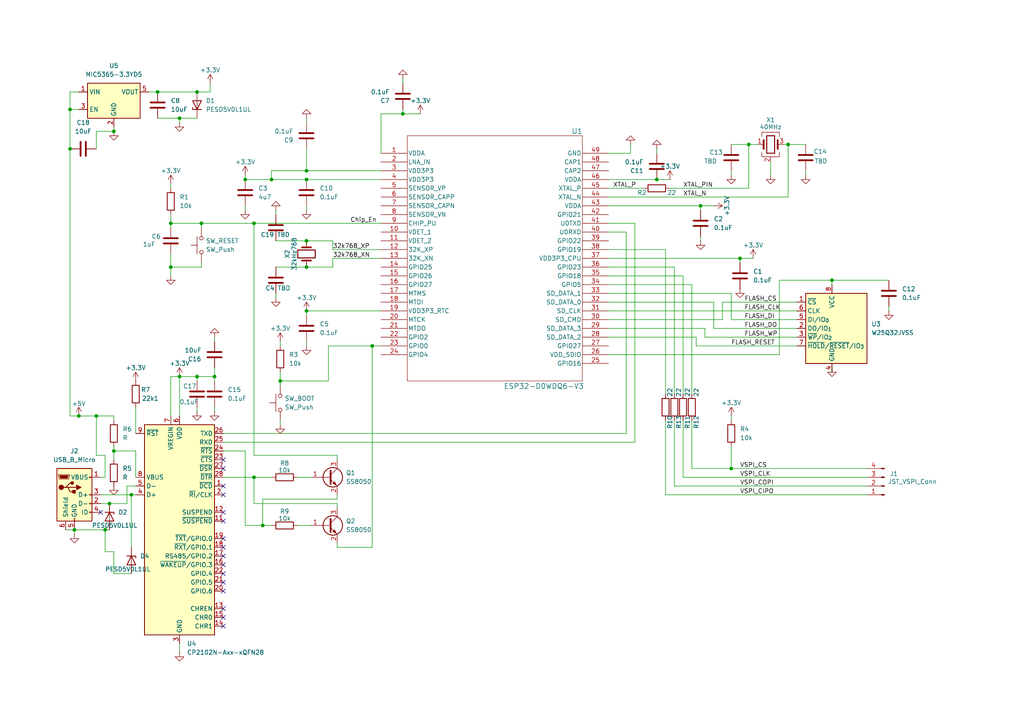
<source format=kicad_sch>
(kicad_sch (version 20250114) (generator "eeschema") (generator_version "9.0")
  (paper "A4")
  (lib_symbols
    (symbol "Connector:Conn_01x04_Pin" (pin_names (offset 1.016) (hide yes))
      (property "Reference" "J" (at 0 5.08 0))
      (property "Value" "Conn_01x04_Pin" (at 0 -7.62 0))
      (symbol "Conn_01x04_Pin_1_1"
        (rectangle (start 0.8636 2.667) (end 0 2.413) (stroke (width 0.1524)) (fill (type outline)))
        (rectangle (start 0.8636 0.127) (end 0 -0.127) (stroke (width 0.1524)) (fill (type outline)))
        (rectangle (start 0.8636 -2.413) (end 0 -2.667) (stroke (width 0.1524)) (fill (type outline)))
        (rectangle (start 0.8636 -4.953) (end 0 -5.207) (stroke (width 0.1524)) (fill (type outline)))
        (polyline (pts (xy 1.27 2.54) (xy 0.8636 2.54)) (stroke (width 0.1524)))
        (polyline (pts (xy 1.27 0) (xy 0.8636 0)) (stroke (width 0.1524)))
        (polyline (pts (xy 1.27 -2.54) (xy 0.8636 -2.54)) (stroke (width 0.1524)))
        (polyline (pts (xy 1.27 -5.08) (xy 0.8636 -5.08)) (stroke (width 0.1524)))
        (pin passive line (at 5.08 2.54 180) (length 3.81) (name "Pin_1") (number "1"))
        (pin passive line (at 5.08 0 180) (length 3.81) (name "Pin_2") (number "2"))
        (pin passive line (at 5.08 -2.54 180) (length 3.81) (name "Pin_3") (number "3"))
        (pin passive line (at 5.08 -5.08 180) (length 3.81) (name "Pin_4") (number "4"))
      )
    )
    (symbol "Connector:USB_B_Micro" (pin_names (offset 1.016))
      (property "Reference" "J" (at -5.08 11.43 0))
      (property "Value" "USB_B_Micro" (at -5.08 8.89 0))
      (symbol "USB_B_Micro_0_1"
        (rectangle (start -5.08 -7.62) (end 5.08 7.62) (stroke (width 0.254)) (fill (type background)))
        (polyline (pts (xy -4.699 5.842) (xy -4.699 5.588) (xy -4.445 4.826) (xy -4.445 4.572) (xy -1.651 4.572) (xy -1.651 4.826) (xy -1.397 5.588) (xy -1.397 5.842) (xy -4.699 5.842)))
        (polyline (pts (xy -4.318 5.588) (xy -1.778 5.588) (xy -2.032 4.826) (xy -4.064 4.826) (xy -4.318 5.588)) (fill (type outline)))
        (circle (center -3.81 2.159) (radius 0.635) (stroke (width 0.254)) (fill (type outline)))
        (polyline (pts (xy -3.175 2.159) (xy -2.54 2.159) (xy -1.27 3.429) (xy -0.635 3.429)) (stroke (width 0.254)))
        (polyline (pts (xy -2.54 2.159) (xy -1.905 2.159) (xy -1.27 0.889) (xy 0 0.889)) (stroke (width 0.254)))
        (polyline (pts (xy -1.905 2.159) (xy 0.635 2.159)) (stroke (width 0.254)))
        (circle (center -0.635 3.429) (radius 0.381) (stroke (width 0.254)) (fill (type outline)))
        (rectangle (start -0.127 -7.62) (end 0.127 -6.858))
        (rectangle (start 0.254 1.27) (end -0.508 0.508) (stroke (width 0.254)) (fill (type outline)))
        (polyline (pts (xy 0.635 2.794) (xy 0.635 1.524) (xy 1.905 2.159) (xy 0.635 2.794)) (stroke (width 0.254)) (fill (type outline)))
        (rectangle (start 5.08 4.953) (end 4.318 5.207))
        (rectangle (start 5.08 -0.127) (end 4.318 0.127))
        (rectangle (start 5.08 -2.667) (end 4.318 -2.413))
        (rectangle (start 5.08 -5.207) (end 4.318 -4.953))
      )
      (symbol "USB_B_Micro_1_1"
        (pin passive line (at -2.54 -10.16 90) (length 2.54) (name "Shield") (number "6"))
        (pin power_out line (at 0 -10.16 90) (length 2.54) (name "GND") (number "5"))
        (pin power_out line (at 7.62 5.08 180) (length 2.54) (name "VBUS") (number "1"))
        (pin bidirectional line (at 7.62 0 180) (length 2.54) (name "D+") (number "3"))
        (pin bidirectional line (at 7.62 -2.54 180) (length 2.54) (name "D-") (number "2"))
        (pin passive line (at 7.62 -5.08 180) (length 2.54) (name "ID") (number "4"))
      )
    )
    (symbol "Device:C" (pin_numbers (hide yes)) (pin_names (offset 0.254))
      (property "Reference" "C" (at 0.635 2.54 0))
      (property "Value" "C" (at 0.635 -2.54 0))
      (symbol "C_0_1"
        (polyline (pts (xy -2.032 0.762) (xy 2.032 0.762)) (stroke (width 0.508)))
        (polyline (pts (xy -2.032 -0.762) (xy 2.032 -0.762)) (stroke (width 0.508)))
      )
      (symbol "C_1_1"
        (pin passive line (at 0 3.81 270) (length 2.794) (name "~") (number "1"))
        (pin passive line (at 0 -3.81 90) (length 2.794) (name "~") (number "2"))
      )
    )
    (symbol "Device:Crystal" (pin_numbers (hide yes)) (pin_names (offset 1.016) (hide yes))
      (property "Reference" "Y" (at 0 3.81 0))
      (property "Value" "Crystal" (at 0 -3.81 0))
      (symbol "Crystal_0_1"
        (polyline (pts (xy -2.54 0) (xy -1.905 0)))
        (polyline (pts (xy -1.905 -1.27) (xy -1.905 1.27)) (stroke (width 0.508)))
        (rectangle (start -1.143 2.54) (end 1.143 -2.54) (stroke (width 0.3048)))
        (polyline (pts (xy 1.905 -1.27) (xy 1.905 1.27)) (stroke (width 0.508)))
        (polyline (pts (xy 2.54 0) (xy 1.905 0)))
      )
      (symbol "Crystal_1_1"
        (pin passive line (at -3.81 0 0) (length 1.27) (name "1") (number "1"))
        (pin passive line (at 3.81 0 180) (length 1.27) (name "2") (number "2"))
      )
    )
    (symbol "Device:Crystal_GND24" (pin_names (offset 1.016) (hide yes))
      (property "Reference" "Y" (at 3.175 5.08 0))
      (property "Value" "Crystal_GND24" (at 3.175 3.175 0))
      (symbol "Crystal_GND24_0_1"
        (polyline (pts (xy -2.54 2.286) (xy -2.54 3.556) (xy 2.54 3.556) (xy 2.54 2.286)))
        (polyline (pts (xy -2.54 0) (xy -2.032 0)))
        (polyline (pts (xy -2.54 -2.286) (xy -2.54 -3.556) (xy 2.54 -3.556) (xy 2.54 -2.286)))
        (polyline (pts (xy -2.032 -1.27) (xy -2.032 1.27)) (stroke (width 0.508)))
        (rectangle (start -1.143 2.54) (end 1.143 -2.54) (stroke (width 0.3048)))
        (polyline (pts (xy 0 -3.81) (xy 0 -3.556)))
        (polyline (pts (xy 2.032 0) (xy 2.54 0)))
        (polyline (pts (xy 2.032 -1.27) (xy 2.032 1.27)) (stroke (width 0.508)))
      )
      (symbol "Crystal_GND24_1_1"
        (pin passive line (at -3.81 0 0) (length 1.27) (name "1") (number "1"))
        (pin passive line (at 0 -5.08 90) (length 1.27) (name "G") (number "2"))
        (pin passive line (at 0 -5.08 90) (length 1.27) (hide yes) (name "G") (number "4"))
        (pin passive line (at 3.81 0 180) (length 1.27) (name "3") (number "3"))
      )
    )
    (symbol "Device:R" (pin_numbers (hide yes)) (pin_names (offset 0))
      (property "Reference" "R" (at 2.032 0 90))
      (property "Value" "R" (at 0 0 90))
      (symbol "R_0_1"
        (rectangle (start -1.016 -2.54) (end 1.016 2.54) (stroke (width 0.254)))
      )
      (symbol "R_1_1"
        (pin passive line (at 0 3.81 270) (length 1.27) (name "~") (number "1"))
        (pin passive line (at 0 -3.81 90) (length 1.27) (name "~") (number "2"))
      )
    )
    (symbol "Diode:PESD5V0L1UL" (pin_numbers (hide yes)) (pin_names (hide yes))
      (property "Reference" "D" (at 0 2.54 0))
      (property "Value" "PESD5V0L1UL" (at 0 -2.54 0))
      (symbol "PESD5V0L1UL_0_1"
        (polyline (pts (xy -1.27 -1.27) (xy -1.27 1.27) (xy -0.762 1.27)) (stroke (width 0.254)))
        (polyline (pts (xy 1.27 0) (xy -1.27 0)))
        (polyline (pts (xy 1.27 -1.27) (xy 1.27 1.27) (xy -1.27 0) (xy 1.27 -1.27)) (stroke (width 0.254)))
      )
      (symbol "PESD5V0L1UL_1_1"
        (pin passive line (at -3.81 0 0) (length 2.54) (name "K") (number "1"))
        (pin passive line (at 3.81 0 180) (length 2.54) (name "A") (number "2"))
      )
    )
    (symbol "ESP32_D0WDQ6V3:ESP32-D0WDQ6-V3" (pin_names (offset 0.254))
      (property "Reference" "U" (at 33.02 10.16 0))
      (property "Value" "ESP32-D0WDQ6-V3" (at 33.02 7.62 0))
      (symbol "ESP32-D0WDQ6-V3_0_1"
        (polyline (pts (xy 7.62 5.08) (xy 7.62 -66.04)) (stroke (width 0.127)))
        (polyline (pts (xy 7.62 -66.04) (xy 58.42 -66.04)) (stroke (width 0.127)))
        (polyline (pts (xy 58.42 5.08) (xy 7.62 5.08)) (stroke (width 0.127)))
        (polyline (pts (xy 58.42 -66.04) (xy 58.42 5.08)) (stroke (width 0.127)))
        (pin unspecified line (at 0 0 0) (length 7.62) (name "VDDA") (number "1"))
        (pin unspecified line (at 0 -2.54 0) (length 7.62) (name "LNA_IN") (number "2"))
        (pin unspecified line (at 0 -5.08 0) (length 7.62) (name "VDD3P3") (number "3"))
        (pin unspecified line (at 0 -7.62 0) (length 7.62) (name "VDD3P3") (number "4"))
        (pin unspecified line (at 0 -10.16 0) (length 7.62) (name "SENSOR_VP") (number "5"))
        (pin unspecified line (at 0 -12.7 0) (length 7.62) (name "SENSOR_CAPP") (number "6"))
        (pin unspecified line (at 0 -15.24 0) (length 7.62) (name "SENSOR_CAPN") (number "7"))
        (pin unspecified line (at 0 -17.78 0) (length 7.62) (name "SENSOR_VN") (number "8"))
        (pin unspecified line (at 0 -20.32 0) (length 7.62) (name "CHIP_PU") (number "9"))
        (pin unspecified line (at 0 -22.86 0) (length 7.62) (name "VDET_1") (number "10"))
        (pin unspecified line (at 0 -25.4 0) (length 7.62) (name "VDET_2") (number "11"))
        (pin unspecified line (at 0 -27.94 0) (length 7.62) (name "32K_XP") (number "12"))
        (pin unspecified line (at 0 -30.48 0) (length 7.62) (name "32K_XN") (number "13"))
        (pin unspecified line (at 0 -33.02 0) (length 7.62) (name "GPIO25") (number "14"))
        (pin unspecified line (at 0 -35.56 0) (length 7.62) (name "GPIO26") (number "15"))
        (pin unspecified line (at 0 -38.1 0) (length 7.62) (name "GPIO27") (number "16"))
        (pin unspecified line (at 0 -40.64 0) (length 7.62) (name "MTMS") (number "17"))
        (pin unspecified line (at 0 -43.18 0) (length 7.62) (name "MTDI") (number "18"))
        (pin unspecified line (at 0 -45.72 0) (length 7.62) (name "VDD3P3_RTC") (number "19"))
        (pin unspecified line (at 0 -48.26 0) (length 7.62) (name "MTCK") (number "20"))
        (pin unspecified line (at 0 -50.8 0) (length 7.62) (name "MTDO") (number "21"))
        (pin unspecified line (at 0 -53.34 0) (length 7.62) (name "GPIO2") (number "22"))
        (pin unspecified line (at 0 -55.88 0) (length 7.62) (name "GPIO0") (number "23"))
        (pin unspecified line (at 0 -58.42 0) (length 7.62) (name "GPIO4") (number "24"))
        (pin unspecified line (at 66.04 0 180) (length 7.62) (name "GND") (number "49"))
        (pin unspecified line (at 66.04 -2.54 180) (length 7.62) (name "CAP1") (number "48"))
        (pin unspecified line (at 66.04 -5.08 180) (length 7.62) (name "CAP2") (number "47"))
        (pin unspecified line (at 66.04 -7.62 180) (length 7.62) (name "VDDA") (number "46"))
        (pin unspecified line (at 66.04 -10.16 180) (length 7.62) (name "XTAL_P") (number "45"))
        (pin unspecified line (at 66.04 -12.7 180) (length 7.62) (name "XTAL_N") (number "44"))
        (pin unspecified line (at 66.04 -15.24 180) (length 7.62) (name "VDDA") (number "43"))
        (pin unspecified line (at 66.04 -17.78 180) (length 7.62) (name "GPIO21") (number "42"))
        (pin unspecified line (at 66.04 -20.32 180) (length 7.62) (name "U0TXD") (number "41"))
        (pin unspecified line (at 66.04 -22.86 180) (length 7.62) (name "U0RXD") (number "40"))
        (pin unspecified line (at 66.04 -25.4 180) (length 7.62) (name "GPIO22") (number "39"))
        (pin unspecified line (at 66.04 -27.94 180) (length 7.62) (name "GPIO19") (number "38"))
        (pin unspecified line (at 66.04 -30.48 180) (length 7.62) (name "VDD3P3_CPU") (number "37"))
        (pin unspecified line (at 66.04 -33.02 180) (length 7.62) (name "GPIO23") (number "36"))
        (pin unspecified line (at 66.04 -35.56 180) (length 7.62) (name "GPIO18") (number "35"))
        (pin unspecified line (at 66.04 -38.1 180) (length 7.62) (name "GPIO5") (number "34"))
        (pin unspecified line (at 66.04 -40.64 180) (length 7.62) (name "SD_DATA_1") (number "33"))
        (pin unspecified line (at 66.04 -43.18 180) (length 7.62) (name "SD_DATA_0") (number "32"))
        (pin unspecified line (at 66.04 -45.72 180) (length 7.62) (name "SD_CLK") (number "31"))
        (pin unspecified line (at 66.04 -48.26 180) (length 7.62) (name "SD_CMD") (number "30"))
        (pin unspecified line (at 66.04 -50.8 180) (length 7.62) (name "SD_DATA_3") (number "29"))
        (pin unspecified line (at 66.04 -53.34 180) (length 7.62) (name "SD_DATA_2") (number "28"))
        (pin unspecified line (at 66.04 -55.88 180) (length 7.62) (name "GPIO27") (number "27"))
        (pin unspecified line (at 66.04 -58.42 180) (length 7.62) (name "VDD_SDIO") (number "26"))
        (pin unspecified line (at 66.04 -60.96 180) (length 7.62) (name "GPIO16") (number "25"))
      )
    )
    (symbol "Interface_USB:CP2102N-Axx-xQFN28"
      (property "Reference" "U" (at -8.89 31.75 0))
      (property "Value" "CP2102N-Axx-xQFN28" (at 12.7 31.75 0))
      (symbol "CP2102N-Axx-xQFN28_0_1"
        (rectangle (start -10.16 30.48) (end 10.16 -30.48) (stroke (width 0.254)) (fill (type background)))
      )
      (symbol "CP2102N-Axx-xQFN28_1_1"
        (pin input line (at -12.7 27.94 0) (length 2.54) (name "~{RST}") (number "9"))
        (pin input line (at -12.7 15.24 0) (length 2.54) (name "VBUS") (number "8"))
        (pin bidirectional line (at -12.7 12.7 0) (length 2.54) (name "D-") (number "5"))
        (pin bidirectional line (at -12.7 10.16 0) (length 2.54) (name "D+") (number "4"))
        (pin no_connect line (at -10.16 -27.94 0) (length 2.54) (hide yes) (name "NC") (number "10"))
        (pin power_in line (at -2.54 33.02 270) (length 2.54) (name "VREGIN") (number "7"))
        (pin power_in line (at 0 33.02 270) (length 2.54) (name "VDD") (number "6"))
        (pin passive line (at 0 -33.02 90) (length 2.54) (hide yes) (name "GND") (number "29"))
        (pin power_in line (at 0 -33.02 90) (length 2.54) (name "GND") (number "3"))
        (pin output line (at 12.7 27.94 180) (length 2.54) (name "TXD") (number "26"))
        (pin input line (at 12.7 25.4 180) (length 2.54) (name "RXD") (number "25"))
        (pin output line (at 12.7 22.86 180) (length 2.54) (name "~{RTS}") (number "24"))
        (pin input line (at 12.7 20.32 180) (length 2.54) (name "~{CTS}") (number "23"))
        (pin input line (at 12.7 17.78 180) (length 2.54) (name "~{DSR}") (number "27"))
        (pin output line (at 12.7 15.24 180) (length 2.54) (name "~{DTR}") (number "28"))
        (pin input line (at 12.7 12.7 180) (length 2.54) (name "~{DCD}") (number "1"))
        (pin bidirectional line (at 12.7 10.16 180) (length 2.54) (name "~{RI}/CLK") (number "2"))
        (pin output line (at 12.7 5.08 180) (length 2.54) (name "SUSPEND") (number "12"))
        (pin output line (at 12.7 2.54 180) (length 2.54) (name "~{SUSPEND}") (number "11"))
        (pin bidirectional line (at 12.7 -2.54 180) (length 2.54) (name "~{TXT}/GPIO.0") (number "19"))
        (pin bidirectional line (at 12.7 -5.08 180) (length 2.54) (name "~{RXT}/GPIO.1") (number "18"))
        (pin bidirectional line (at 12.7 -7.62 180) (length 2.54) (name "RS485/GPIO.2") (number "17"))
        (pin bidirectional line (at 12.7 -10.16 180) (length 2.54) (name "~{WAKEUP}/GPIO.3") (number "16"))
        (pin bidirectional line (at 12.7 -12.7 180) (length 2.54) (name "GPIO.4") (number "22"))
        (pin bidirectional line (at 12.7 -15.24 180) (length 2.54) (name "GPIO.5") (number "21"))
        (pin bidirectional line (at 12.7 -17.78 180) (length 2.54) (name "GPIO.6") (number "20"))
        (pin output line (at 12.7 -22.86 180) (length 2.54) (name "CHREN") (number "13"))
        (pin output line (at 12.7 -25.4 180) (length 2.54) (name "CHR0") (number "15"))
        (pin output line (at 12.7 -27.94 180) (length 2.54) (name "CHR1") (number "14"))
      )
    )
    (symbol "Memory_Flash:W25Q32JVSS"
      (property "Reference" "U" (at -6.35 11.43 0))
      (property "Value" "W25Q32JVSS" (at 7.62 11.43 0))
      (symbol "W25Q32JVSS_0_1"
        (rectangle (start -7.62 10.16) (end 10.16 -10.16) (stroke (width 0.254)) (fill (type background)))
      )
      (symbol "W25Q32JVSS_1_1"
        (pin input line (at -10.16 7.62 0) (length 2.54) (name "~{CS}") (number "1"))
        (pin input line (at -10.16 5.08 0) (length 2.54) (name "CLK") (number "6"))
        (pin bidirectional line (at -10.16 2.54 0) (length 2.54) (name "DI/IO_{0}") (number "5"))
        (pin bidirectional line (at -10.16 0 0) (length 2.54) (name "DO/IO_{1}") (number "2"))
        (pin bidirectional line (at -10.16 -2.54 0) (length 2.54) (name "~{WP}/IO_{2}") (number "3"))
        (pin bidirectional line (at -10.16 -5.08 0) (length 2.54) (name "~{HOLD}/~{RESET}/IO_{3}") (number "7"))
        (pin power_in line (at 0 12.7 270) (length 2.54) (name "VCC") (number "8"))
        (pin power_in line (at 0 -12.7 90) (length 2.54) (name "GND") (number "4"))
      )
    )
    (symbol "Regulator_Linear:MIC5365-3.3YD5"
      (property "Reference" "U" (at -7.62 6.35 0))
      (property "Value" "MIC5365-3.3YD5" (at 0 6.35 0))
      (symbol "MIC5365-3.3YD5_0_1"
        (rectangle (start -7.62 -5.08) (end 7.62 5.08) (stroke (width 0.254)) (fill (type background)))
      )
      (symbol "MIC5365-3.3YD5_1_1"
        (pin power_in line (at -10.16 2.54 0) (length 2.54) (name "VIN") (number "1"))
        (pin input line (at -10.16 -2.54 0) (length 2.54) (name "EN") (number "3"))
        (pin power_in line (at 0 -7.62 90) (length 2.54) (name "GND") (number "2"))
        (pin no_connect line (at 7.62 -2.54 180) (length 2.54) (hide yes) (name "NC") (number "4"))
        (pin power_out line (at 10.16 2.54 180) (length 2.54) (name "VOUT") (number "5"))
      )
    )
    (symbol "Switch:SW_Push" (pin_numbers (hide yes)) (pin_names (offset 1.016) (hide yes))
      (property "Reference" "SW" (at 1.27 2.54 0))
      (property "Value" "SW_Push" (at 0 -1.524 0))
      (symbol "SW_Push_0_1"
        (circle (center -2.032 0) (radius 0.508))
        (polyline (pts (xy 0 1.27) (xy 0 3.048)))
        (circle (center 2.032 0) (radius 0.508))
        (polyline (pts (xy 2.54 1.27) (xy -2.54 1.27)))
        (pin passive line (at -5.08 0 0) (length 2.54) (name "1") (number "1"))
        (pin passive line (at 5.08 0 180) (length 2.54) (name "2") (number "2"))
      )
    )
    (symbol "Transistor_BJT:SS8050" (pin_names (offset 0) (hide yes))
      (property "Reference" "Q" (at 5.08 1.905 0))
      (property "Value" "SS8050" (at 5.08 0 0))
      (symbol "SS8050_0_1"
        (polyline (pts (xy -2.54 0) (xy 0.635 0)))
        (polyline (pts (xy 0.635 1.905) (xy 0.635 -1.905)) (stroke (width 0.508)))
        (circle (center 1.27 0) (radius 2.8194) (stroke (width 0.254)))
      )
      (symbol "SS8050_1_1"
        (polyline (pts (xy 0.635 0.635) (xy 2.54 2.54)))
        (polyline (pts (xy 0.635 -0.635) (xy 2.54 -2.54)))
        (polyline (pts (xy 1.27 -1.778) (xy 1.778 -1.27) (xy 2.286 -2.286) (xy 1.27 -1.778)) (fill (type outline)))
        (pin input line (at -5.08 0 0) (length 2.54) (name "B") (number "1"))
        (pin passive line (at 2.54 5.08 270) (length 2.54) (name "C") (number "3"))
        (pin passive line (at 2.54 -5.08 90) (length 2.54) (name "E") (number "2"))
      )
    )
    (symbol "power:+3.3V" (power) (pin_numbers (hide yes)) (pin_names (offset 0) (hide yes))
      (property "Value" "+3.3V" (at 0 3.556 0))
      (symbol "+3.3V_0_1"
        (polyline (pts (xy -0.762 1.27) (xy 0 2.54)))
        (polyline (pts (xy 0 2.54) (xy 0.762 1.27)))
        (polyline (pts (xy 0 0) (xy 0 2.54)))
      )
      (symbol "+3.3V_1_1"
        (pin power_in line (at 0 0 90) (length 0) (name "~") (number "1"))
      )
    )
    (symbol "power:+5V" (power) (pin_numbers (hide yes)) (pin_names (offset 0) (hide yes))
      (property "Value" "+5V" (at 0 3.556 0))
      (symbol "+5V_0_1"
        (polyline (pts (xy -0.762 1.27) (xy 0 2.54)))
        (polyline (pts (xy 0 2.54) (xy 0.762 1.27)))
        (polyline (pts (xy 0 0) (xy 0 2.54)))
      )
      (symbol "+5V_1_1"
        (pin power_in line (at 0 0 90) (length 0) (name "~") (number "1"))
      )
    )
    (symbol "power:GND" (power) (pin_numbers (hide yes)) (pin_names (offset 0) (hide yes))
      (property "Value" "GND" (at 0 -3.81 0))
      (symbol "GND_0_1"
        (polyline (pts (xy 0 0) (xy 0 -1.27) (xy 1.27 -1.27) (xy 0 -2.54) (xy -1.27 -1.27) (xy 0 -1.27)))
      )
      (symbol "GND_1_1"
        (pin power_in line (at 0 0 270) (length 0) (name "~") (number "1"))
      )
    )
  )
  (junction (at 58.42 64.77))
  (junction (at 190.5 52.07))
  (junction (at 33.02 130.81))
  (junction (at 21.59 153.67))
  (junction (at 45.72 26.67))
  (junction (at 52.07 34.29))
  (junction (at 27.94 120.65))
  (junction (at 203.2 59.69))
  (junction (at 52.07 109.22))
  (junction (at 38.1 143.51))
  (junction (at 33.02 38.1))
  (junction (at 78.74 52.07))
  (junction (at 241.3 81.28))
  (junction (at 22.86 120.65))
  (junction (at 73.66 64.77))
  (junction (at 214.63 74.93))
  (junction (at 62.23 109.22))
  (junction (at 30.48 153.67))
  (junction (at 57.15 109.22))
  (junction (at 107.95 100.33))
  (junction (at 73.66 138.43))
  (junction (at 88.9 90.17))
  (junction (at 31.75 146.05))
  (junction (at 81.28 110.49))
  (junction (at 217.17 41.91))
  (junction (at 49.53 64.77))
  (junction (at 88.9 52.07))
  (junction (at 20.32 31.75))
  (junction (at 20.32 43.18))
  (junction (at 57.15 26.67))
  (junction (at 71.12 52.07))
  (junction (at 228.6 41.91))
  (junction (at 88.9 49.53))
  (junction (at 88.9 69.85))
  (junction (at 212.09 135.89))
  (junction (at 88.9 77.47))
  (junction (at 116.84 33.02))
  (junction (at 76.2 152.4))
  (junction (at 49.53 77.47))
  (no_connect (at 64.77 148.59))
  (no_connect (at 64.77 163.83))
  (no_connect (at 64.77 176.53))
  (no_connect (at 64.77 133.35))
  (no_connect (at 64.77 143.51))
  (no_connect (at 64.77 135.89))
  (no_connect (at 29.21 148.59))
  (no_connect (at 64.77 156.21))
  (no_connect (at 64.77 181.61))
  (no_connect (at 64.77 140.97))
  (no_connect (at 64.77 151.13))
  (no_connect (at 64.77 168.91))
  (no_connect (at 64.77 171.45))
  (no_connect (at 64.77 166.37))
  (no_connect (at 64.77 161.29))
  (no_connect (at 64.77 179.07))
  (no_connect (at 64.77 158.75))
  (wire (pts (xy 195.58 121.92) (xy 195.58 140.97)))
  (wire (pts (xy 62.23 118.11) (xy 62.23 119.38)))
  (wire (pts (xy 96.52 77.47) (xy 88.9 77.47)))
  (wire (pts (xy 212.09 129.54) (xy 212.09 135.89)))
  (wire (pts (xy 71.12 59.69) (xy 71.12 60.96)))
  (wire (pts (xy 176.53 82.55) (xy 200.66 82.55)))
  (wire (pts (xy 81.28 99.06) (xy 81.28 100.33)))
  (wire (pts (xy 76.2 152.4) (xy 78.74 152.4)))
  (wire (pts (xy 80.01 85.09) (xy 80.01 86.36)))
  (wire (pts (xy 241.3 81.28) (xy 226.06 81.28)))
  (wire (pts (xy 203.2 60.96) (xy 203.2 59.69)))
  (wire (pts (xy 36.83 146.05) (xy 36.83 140.97)))
  (wire (pts (xy 43.18 26.67) (xy 45.72 26.67)))
  (wire (pts (xy 22.86 120.65) (xy 27.94 120.65)))
  (wire (pts (xy 193.04 143.51) (xy 251.46 143.51)))
  (wire (pts (xy 60.96 26.67) (xy 60.96 24.13)))
  (wire (pts (xy 33.02 130.81) (xy 39.37 130.81)))
  (wire (pts (xy 121.92 33.02) (xy 116.84 33.02)))
  (wire (pts (xy 20.32 31.75) (xy 20.32 43.18)))
  (wire (pts (xy 88.9 99.06) (xy 88.9 100.33)))
  (wire (pts (xy 96.52 69.85) (xy 88.9 69.85)))
  (wire (pts (xy 200.66 82.55) (xy 200.66 114.3)))
  (wire (pts (xy 71.12 52.07) (xy 78.74 52.07)))
  (wire (pts (xy 58.42 64.77) (xy 58.42 66.04)))
  (wire (pts (xy 182.88 44.45) (xy 176.53 44.45)))
  (wire (pts (xy 212.09 135.89) (xy 251.46 135.89)))
  (wire (pts (xy 49.53 77.47) (xy 49.53 80.01)))
  (wire (pts (xy 88.9 59.69) (xy 88.9 60.96)))
  (wire (pts (xy 97.79 144.78) (xy 76.2 144.78)))
  (wire (pts (xy 176.53 85.09) (xy 212.09 85.09)))
  (wire (pts (xy 73.66 138.43) (xy 78.74 138.43)))
  (wire (pts (xy 203.2 59.69) (xy 207.01 59.69)))
  (wire (pts (xy 62.23 109.22) (xy 57.15 109.22)))
  (wire (pts (xy 110.49 74.93) (xy 96.52 74.93)))
  (wire (pts (xy 27.94 120.65) (xy 27.94 132.08)))
  (wire (pts (xy 30.48 160.02) (xy 33.02 160.02)))
  (wire (pts (xy 19.05 153.67) (xy 21.59 153.67)))
  (wire (pts (xy 21.59 153.67) (xy 30.48 153.67)))
  (wire (pts (xy 257.81 90.17) (xy 257.81 88.9)))
  (wire (pts (xy 198.12 138.43) (xy 251.46 138.43)))
  (wire (pts (xy 81.28 121.92) (xy 81.28 123.19)))
  (wire (pts (xy 52.07 109.22) (xy 52.07 120.65)))
  (wire (pts (xy 203.2 59.69) (xy 176.53 59.69)))
  (wire (pts (xy 52.07 34.29) (xy 52.07 35.56)))
  (wire (pts (xy 29.21 143.51) (xy 38.1 143.51)))
  (wire (pts (xy 30.48 153.67) (xy 31.75 153.67)))
  (wire (pts (xy 209.55 87.63) (xy 231.14 87.63)))
  (wire (pts (xy 81.28 111.76) (xy 81.28 110.49)))
  (wire (pts (xy 20.32 43.18) (xy 20.32 120.65)))
  (wire (pts (xy 49.53 77.47) (xy 58.42 77.47)))
  (wire (pts (xy 233.68 49.53) (xy 233.68 50.8)))
  (wire (pts (xy 217.17 54.61) (xy 194.31 54.61)))
  (wire (pts (xy 97.79 158.75) (xy 97.79 157.48)))
  (wire (pts (xy 29.21 146.05) (xy 31.75 146.05)))
  (wire (pts (xy 20.32 26.67) (xy 20.32 31.75)))
  (wire (pts (xy 95.25 100.33) (xy 107.95 100.33)))
  (wire (pts (xy 57.15 26.67) (xy 60.96 26.67)))
  (wire (pts (xy 30.48 153.67) (xy 30.48 160.02)))
  (wire (pts (xy 95.25 110.49) (xy 95.25 100.33)))
  (wire (pts (xy 193.04 72.39) (xy 193.04 114.3)))
  (wire (pts (xy 33.02 129.54) (xy 33.02 130.81)))
  (wire (pts (xy 81.28 107.95) (xy 81.28 110.49)))
  (wire (pts (xy 176.53 52.07) (xy 190.5 52.07)))
  (wire (pts (xy 64.77 138.43) (xy 73.66 138.43)))
  (wire (pts (xy 96.52 72.39) (xy 96.52 69.85)))
  (wire (pts (xy 80.01 69.85) (xy 88.9 69.85)))
  (wire (pts (xy 207.01 95.25) (xy 231.14 95.25)))
  (wire (pts (xy 176.53 54.61) (xy 186.69 54.61)))
  (wire (pts (xy 107.95 158.75) (xy 97.79 158.75)))
  (wire (pts (xy 204.47 97.79) (xy 231.14 97.79)))
  (wire (pts (xy 20.32 120.65) (xy 22.86 120.65)))
  (wire (pts (xy 97.79 147.32) (xy 97.79 146.05)))
  (wire (pts (xy 57.15 118.11) (xy 57.15 119.38)))
  (wire (pts (xy 203.2 68.58) (xy 203.2 69.85)))
  (wire (pts (xy 20.32 31.75) (xy 22.86 31.75)))
  (wire (pts (xy 78.74 49.53) (xy 78.74 52.07)))
  (wire (pts (xy 62.23 110.49) (xy 62.23 109.22)))
  (wire (pts (xy 57.15 34.29) (xy 52.07 34.29)))
  (wire (pts (xy 57.15 109.22) (xy 52.07 109.22)))
  (wire (pts (xy 57.15 26.67) (xy 45.72 26.67)))
  (wire (pts (xy 64.77 125.73) (xy 181.61 125.73)))
  (wire (pts (xy 88.9 35.56) (xy 88.9 34.29)))
  (wire (pts (xy 33.02 120.65) (xy 33.02 121.92)))
  (wire (pts (xy 73.66 146.05) (xy 73.66 138.43)))
  (wire (pts (xy 49.53 53.34) (xy 49.53 54.61)))
  (wire (pts (xy 81.28 110.49) (xy 95.25 110.49)))
  (wire (pts (xy 241.3 107.95) (xy 241.3 106.68)))
  (wire (pts (xy 71.12 50.8) (xy 71.12 52.07)))
  (wire (pts (xy 62.23 106.68) (xy 62.23 109.22)))
  (wire (pts (xy 97.79 132.08) (xy 97.79 133.35)))
  (wire (pts (xy 228.6 41.91) (xy 228.6 57.15)))
  (wire (pts (xy 73.66 132.08) (xy 97.79 132.08)))
  (wire (pts (xy 201.93 100.33) (xy 231.14 100.33)))
  (wire (pts (xy 176.53 95.25) (xy 204.47 95.25)))
  (wire (pts (xy 88.9 91.44) (xy 88.9 90.17)))
  (wire (pts (xy 45.72 34.29) (xy 52.07 34.29)))
  (wire (pts (xy 49.53 120.65) (xy 49.53 109.22)))
  (wire (pts (xy 182.88 41.91) (xy 182.88 44.45)))
  (wire (pts (xy 86.36 152.4) (xy 90.17 152.4)))
  (wire (pts (xy 110.49 33.02) (xy 110.49 44.45)))
  (wire (pts (xy 49.53 109.22) (xy 52.07 109.22)))
  (wire (pts (xy 212.09 49.53) (xy 212.09 50.8)))
  (wire (pts (xy 226.06 81.28) (xy 226.06 102.87)))
  (wire (pts (xy 49.53 66.04) (xy 49.53 64.77)))
  (wire (pts (xy 176.53 74.93) (xy 214.63 74.93)))
  (wire (pts (xy 86.36 138.43) (xy 90.17 138.43)))
  (wire (pts (xy 190.5 52.07) (xy 194.31 52.07)))
  (wire (pts (xy 88.9 49.53) (xy 78.74 49.53)))
  (wire (pts (xy 52.07 189.23) (xy 52.07 186.69)))
  (wire (pts (xy 58.42 64.77) (xy 73.66 64.77)))
  (wire (pts (xy 57.15 110.49) (xy 57.15 109.22)))
  (wire (pts (xy 97.79 143.51) (xy 97.79 144.78)))
  (wire (pts (xy 31.75 146.05) (xy 36.83 146.05)))
  (wire (pts (xy 49.53 62.23) (xy 49.53 64.77)))
  (wire (pts (xy 73.66 64.77) (xy 73.66 132.08)))
  (wire (pts (xy 39.37 130.81) (xy 39.37 138.43)))
  (wire (pts (xy 217.17 41.91) (xy 217.17 54.61)))
  (wire (pts (xy 227.33 41.91) (xy 228.6 41.91)))
  (wire (pts (xy 212.09 85.09) (xy 212.09 92.71)))
  (wire (pts (xy 207.01 87.63) (xy 207.01 95.25)))
  (wire (pts (xy 49.53 64.77) (xy 58.42 64.77)))
  (wire (pts (xy 62.23 99.06) (xy 62.23 97.79)))
  (wire (pts (xy 181.61 125.73) (xy 181.61 67.31)))
  (wire (pts (xy 181.61 67.31) (xy 176.53 67.31)))
  (wire (pts (xy 107.95 100.33) (xy 107.95 158.75)))
  (wire (pts (xy 33.02 130.81) (xy 33.02 133.35)))
  (wire (pts (xy 241.3 82.55) (xy 241.3 81.28)))
  (wire (pts (xy 214.63 76.2) (xy 214.63 74.93)))
  (wire (pts (xy 193.04 121.92) (xy 193.04 143.51)))
  (wire (pts (xy 223.52 46.99) (xy 223.52 50.8)))
  (wire (pts (xy 21.59 153.67) (xy 21.59 154.94)))
  (wire (pts (xy 204.47 95.25) (xy 204.47 97.79)))
  (wire (pts (xy 116.84 33.02) (xy 110.49 33.02)))
  (wire (pts (xy 176.53 97.79) (xy 201.93 97.79)))
  (wire (pts (xy 198.12 80.01) (xy 198.12 114.3)))
  (wire (pts (xy 201.93 97.79) (xy 201.93 100.33)))
  (wire (pts (xy 64.77 128.27) (xy 184.15 128.27)))
  (wire (pts (xy 88.9 49.53) (xy 88.9 43.18)))
  (wire (pts (xy 176.53 77.47) (xy 195.58 77.47)))
  (wire (pts (xy 176.53 80.01) (xy 198.12 80.01)))
  (wire (pts (xy 33.02 36.83) (xy 33.02 38.1)))
  (wire (pts (xy 27.94 43.18) (xy 27.94 38.1)))
  (wire (pts (xy 228.6 41.91) (xy 233.68 41.91)))
  (wire (pts (xy 176.53 72.39) (xy 193.04 72.39)))
  (wire (pts (xy 107.95 100.33) (xy 110.49 100.33)))
  (wire (pts (xy 176.53 57.15) (xy 228.6 57.15)))
  (wire (pts (xy 71.12 152.4) (xy 76.2 152.4)))
  (wire (pts (xy 39.37 118.11) (xy 39.37 125.73)))
  (wire (pts (xy 49.53 73.66) (xy 49.53 77.47)))
  (wire (pts (xy 110.49 72.39) (xy 96.52 72.39)))
  (wire (pts (xy 33.02 160.02) (xy 33.02 166.37)))
  (wire (pts (xy 27.94 120.65) (xy 33.02 120.65)))
  (wire (pts (xy 212.09 92.71) (xy 231.14 92.71)))
  (wire (pts (xy 200.66 135.89) (xy 212.09 135.89)))
  (wire (pts (xy 30.48 132.08) (xy 30.48 138.43)))
  (wire (pts (xy 38.1 143.51) (xy 39.37 143.51)))
  (wire (pts (xy 36.83 140.97) (xy 39.37 140.97)))
  (wire (pts (xy 212.09 41.91) (xy 217.17 41.91)))
  (wire (pts (xy 110.49 49.53) (xy 88.9 49.53)))
  (wire (pts (xy 29.21 138.43) (xy 30.48 138.43)))
  (wire (pts (xy 184.15 128.27) (xy 184.15 64.77)))
  (wire (pts (xy 73.66 64.77) (xy 110.49 64.77)))
  (wire (pts (xy 195.58 77.47) (xy 195.58 114.3)))
  (wire (pts (xy 209.55 92.71) (xy 209.55 87.63)))
  (wire (pts (xy 218.44 74.93) (xy 214.63 74.93)))
  (wire (pts (xy 58.42 77.47) (xy 58.42 76.2)))
  (wire (pts (xy 116.84 24.13) (xy 116.84 22.86)))
  (wire (pts (xy 176.53 90.17) (xy 231.14 90.17)))
  (wire (pts (xy 190.5 44.45) (xy 190.5 43.18)))
  (wire (pts (xy 176.53 87.63) (xy 207.01 87.63)))
  (wire (pts (xy 20.32 26.67) (xy 22.86 26.67)))
  (wire (pts (xy 212.09 120.65) (xy 212.09 121.92)))
  (wire (pts (xy 64.77 130.81) (xy 71.12 130.81)))
  (wire (pts (xy 80.01 77.47) (xy 88.9 77.47)))
  (wire (pts (xy 184.15 64.77) (xy 176.53 64.77)))
  (wire (pts (xy 71.12 130.81) (xy 71.12 152.4)))
  (wire (pts (xy 76.2 144.78) (xy 76.2 152.4)))
  (wire (pts (xy 88.9 52.07) (xy 110.49 52.07)))
  (wire (pts (xy 27.94 132.08) (xy 30.48 132.08)))
  (wire (pts (xy 27.94 38.1) (xy 33.02 38.1)))
  (wire (pts (xy 176.53 102.87) (xy 226.06 102.87)))
  (wire (pts (xy 116.84 31.75) (xy 116.84 33.02)))
  (wire (pts (xy 241.3 81.28) (xy 257.81 81.28)))
  (wire (pts (xy 217.17 41.91) (xy 219.71 41.91)))
  (wire (pts (xy 80.01 62.23) (xy 80.01 60.96)))
  (wire (pts (xy 96.52 74.93) (xy 96.52 77.47)))
  (wire (pts (xy 200.66 121.92) (xy 200.66 135.89)))
  (wire (pts (xy 195.58 140.97) (xy 251.46 140.97)))
  (wire (pts (xy 33.02 166.37) (xy 38.1 166.37)))
  (wire (pts (xy 198.12 121.92) (xy 198.12 138.43)))
  (wire (pts (xy 97.79 146.05) (xy 73.66 146.05)))
  (wire (pts (xy 88.9 90.17) (xy 110.49 90.17)))
  (wire (pts (xy 176.53 92.71) (xy 209.55 92.71)))
  (wire (pts (xy 78.74 52.07) (xy 88.9 52.07)))
  (wire (pts (xy 38.1 143.51) (xy 38.1 158.75)))
  (label "32k768_XP" (at 96.52 72.39 0))
  (label "Chip_En" (at 101.6 64.77 0))
  (label "VSPI_CLK" (at 214.63 138.43 0))
  (label "" (at 262.89 120.65 0))
  (label "FLASH_DI" (at 215.9 92.71 0))
  (label "XTAL_P" (at 177.8 54.61 0))
  (label "VSPI_COPI" (at 214.63 140.97 0))
  (label "VSPI_CIPO" (at 214.63 143.51 0))
  (label "FLASH_CS" (at 215.9 87.63 0))
  (label "VSPI_CS" (at 214.63 135.89 0))
  (label "FLASH_CLK" (at 215.9 90.17 0))
  (label "XTAL_N" (at 198.12 57.15 0))
  (label "FLASH_WP" (at 215.9 97.79 0))
  (label "FLASH_DO" (at 215.9 95.25 0))
  (label "32k768_XN" (at 96.52 74.93 0))
  (label "FLASH_RESET" (at 212.09 100.33 0))
  (label "XTAL_PIN" (at 198.12 54.61 0))
  (symbol (lib_id "Switch:SW_Push") (at 81.28 116.84 90) (unit 1)
    (property "Reference" "SW_BOOT" (at 82.55 115.5699 90) (effects (justify right)))
    (property "Value" "SW_Push" (at 82.55 118.1099 90) (effects (justify right)))
    (property "Description" "Push button switch, generic, two pins" (effects (hide yes)))
  )
  (symbol (lib_id "power:+3.3V") (at 218.44 74.93 0) (unit 1)
    (property "Reference" "#PWR036" (effects (hide yes)))
    (property "Value" "+3.3V" (at 218.44 71.12 0))
    (property "Description" "Power symbol creates a global label with name \"+3.3V\"" (effects (hide yes)))
  )
  (symbol (lib_id "power:+3.3V") (at 60.96 24.13 0) (unit 1)
    (property "Reference" "#PWR05" (effects (hide yes)))
    (property "Value" "+3.3V" (at 60.96 20.32 0))
    (property "Description" "Power symbol creates a global label with name \"+3.3V\"" (effects (hide yes)))
  )
  (symbol (lib_id "Switch:SW_Push") (at 58.42 71.12 90) (unit 1)
    (property "Reference" "SW_RESET" (at 59.69 69.8499 90) (effects (justify right)))
    (property "Value" "SW_Push" (at 59.69 72.3899 90) (effects (justify right)))
    (property "Description" "Push button switch, generic, two pins" (effects (hide yes)))
  )
  (symbol (lib_id "Device:C") (at 88.9 95.25 0) (unit 1)
    (property "Reference" "C5" (at 92.71 93.9799 0) (effects (justify left)))
    (property "Value" "0.1uF" (at 92.71 96.5199 0) (effects (justify left)))
    (property "Description" "Unpolarized capacitor" (effects (hide yes)))
  )
  (symbol (lib_id "Device:Crystal_GND24") (at 223.52 41.91 0) (unit 1)
    (property "Reference" "X1" (at 223.52 34.798 0))
    (property "Value" "40MHz" (at 223.52 36.83 0))
    (property "Description" "Four pin crystal, GND on pins 2 and 4" (effects (hide yes)))
    (property private "KLC_S3.3" "The rectangle is not a symbol body but a graphical element" (effects (hide yes)))
    (property private "KLC_S4.1" "Some pins are on 50mil grid to make the symbol small" (effects (hide yes)))
  )
  (symbol (lib_id "power:GND") (at 241.3 106.68 0) (unit 1)
    (property "Reference" "#PWR014" (effects (hide yes)))
    (property "Value" "GND" (effects (hide yes)))
    (property "Description" "Power symbol creates a global label with name \"GND\" , ground" (effects (hide yes)))
  )
  (symbol (lib_id "Transistor_BJT:SS8050") (at 95.25 138.43 0) (unit 1)
    (property "Reference" "Q1" (at 100.33 137.1599 0) (effects (justify left)))
    (property "Value" "SS8050" (at 100.33 139.6999 0) (effects (justify left)))
    (property "Footprint" "Package_TO_SOT_SMD:SOT-23" (effects (hide yes)))
    (property "Datasheet" "http://www.secosgmbh.com/datasheet/products/SSMPTransistor/SOT-23/SS8050.pdf" (effects (hide yes)))
    (property "Description" "General Purpose NPN Transistor, 1.5A Ic, 25V Vce, SOT-23" (effects (hide yes)))
    (property "Sim.Device" "NPN" (effects (hide yes)))
    (property "Sim.Pins" "1=B 2=E 3=C" (effects (hide yes)))
  )
  (symbol (lib_id "Device:R") (at 193.04 118.11 0) (unit 1)
    (property "Reference" "R10" (at 194.31 122.428 90))
    (property "Value" "22" (at 194.31 113.792 90))
    (property "Description" "Resistor" (effects (hide yes)))
  )
  (symbol (lib_id "Device:C") (at 24.13 43.18 90) (unit 1)
    (property "Reference" "C18" (at 24.13 35.56 90))
    (property "Value" "10uF" (at 24.13 38.1 90))
    (property "Description" "Unpolarized capacitor" (effects (hide yes)))
  )
  (symbol (lib_id "power:GND") (at 80.01 60.96 180) (unit 1)
    (property "Reference" "#PWR039" (effects (hide yes)))
    (property "Value" "GND" (effects (hide yes)))
    (property "Description" "Power symbol creates a global label with name \"GND\" , ground" (effects (hide yes)))
  )
  (symbol (lib_id "power:+3.3V") (at 212.09 120.65 0) (unit 1)
    (property "Reference" "#PWR020" (effects (hide yes)))
    (property "Value" "+3.3V" (at 212.09 116.84 0))
    (property "Description" "Power symbol creates a global label with name \"+3.3V\"" (effects (hide yes)))
  )
  (symbol (lib_id "Transistor_BJT:SS8050") (at 95.25 152.4 0) (unit 1)
    (property "Reference" "Q2" (at 100.33 151.1299 0) (effects (justify left)))
    (property "Value" "SS8050" (at 100.33 153.6699 0) (effects (justify left)))
    (property "Footprint" "Package_TO_SOT_SMD:SOT-23" (effects (hide yes)))
    (property "Datasheet" "http://www.secosgmbh.com/datasheet/products/SSMPTransistor/SOT-23/SS8050.pdf" (effects (hide yes)))
    (property "Description" "General Purpose NPN Transistor, 1.5A Ic, 25V Vce, SOT-23" (effects (hide yes)))
    (property "Sim.Device" "NPN" (effects (hide yes)))
    (property "Sim.Pins" "1=B 2=E 3=C" (effects (hide yes)))
  )
  (symbol (lib_id "Diode:PESD5V0L1UL") (at 31.75 149.86 270) (unit 1)
    (property "Reference" "D2" (at 34.29 148.5899 90) (effects (justify left)))
    (property "Value" "PESD5V0L1UL" (at 26.67 152.4 90) (effects (justify left)))
    (property "Footprint" "Diode_SMD:D_SOD-882" (effects (hide yes)))
    (property "Datasheet" "https://assets.nexperia.com/documents/data-sheet/PESD5V0L1UL.pdf" (effects (hide yes)))
    (property "Description" "Low capacitance unidirectional ESD protection diode, 5V, SOD-882" (effects (hide yes)))
  )
  (symbol (lib_id "power:GND") (at 62.23 97.79 180) (unit 1)
    (property "Reference" "#PWR024" (effects (hide yes)))
    (property "Value" "GND" (effects (hide yes)))
    (property "Description" "Power symbol creates a global label with name \"GND\" , ground" (effects (hide yes)))
  )
  (symbol (lib_id "power:+3.3V") (at 207.01 59.69 270) (unit 1)
    (property "Reference" "#PWR035" (effects (hide yes)))
    (property "Value" "+3.3V" (at 210.82 59.69 0))
    (property "Description" "Power symbol creates a global label with name \"+3.3V\"" (effects (hide yes)))
  )
  (symbol (lib_id "Diode:PESD5V0L1UL") (at 38.1 162.56 270) (unit 1)
    (property "Reference" "D4" (at 40.64 161.2899 90) (effects (justify left)))
    (property "Value" "PESD5V0L1UL" (at 30.48 165.1 90) (effects (justify left)))
    (property "Footprint" "Diode_SMD:D_SOD-882" (effects (hide yes)))
    (property "Datasheet" "https://assets.nexperia.com/documents/data-sheet/PESD5V0L1UL.pdf" (effects (hide yes)))
    (property "Description" "Low capacitance unidirectional ESD protection diode, 5V, SOD-882" (effects (hide yes)))
  )
  (symbol (lib_id "power:GND") (at 257.81 90.17 0) (unit 1)
    (property "Reference" "#PWR015" (effects (hide yes)))
    (property "Value" "GND" (effects (hide yes)))
    (property "Description" "Power symbol creates a global label with name \"GND\" , ground" (effects (hide yes)))
  )
  (symbol (lib_id "Device:C") (at 62.23 102.87 180) (unit 1)
    (property "Reference" "C16" (at 58.42 104.1401 0) (effects (justify left)))
    (property "Value" "10uF" (at 58.42 101.6001 0) (effects (justify left)))
    (property "Description" "Unpolarized capacitor" (effects (hide yes)))
  )
  (symbol (lib_id "power:+3.3V") (at 88.9 90.17 0) (unit 1)
    (property "Reference" "#PWR030" (effects (hide yes)))
    (property "Value" "+3.3V" (at 88.9 86.36 0))
    (property "Description" "Power symbol creates a global label with name \"+3.3V\"" (effects (hide yes)))
  )
  (symbol (lib_id "Device:R") (at 33.02 137.16 0) (unit 1)
    (property "Reference" "R5" (at 35.56 135.8899 0) (effects (justify left)))
    (property "Value" "R" (at 35.56 138.4299 0) (effects (justify left)))
    (property "Description" "Resistor" (effects (hide yes)))
  )
  (symbol (lib_id "power:GND") (at 88.9 34.29 180) (unit 1)
    (property "Reference" "#PWR07" (effects (hide yes)))
    (property "Value" "GND" (effects (hide yes)))
    (property "Description" "Power symbol creates a global label with name \"GND\" , ground" (effects (hide yes)))
  )
  (symbol (lib_id "Interface_USB:CP2102N-Axx-xQFN28") (at 52.07 153.67 0) (unit 1)
    (property "Reference" "U4" (at 54.2133 186.69 0) (effects (justify left)))
    (property "Value" "CP2102N-Axx-xQFN28" (at 54.2133 189.23 0) (effects (justify left)))
    (property "Footprint" "Package_DFN_QFN:QFN-28-1EP_5x5mm_P0.5mm_EP3.35x3.35mm" (effects (hide yes)))
    (property "Datasheet" "https://www.silabs.com/documents/public/data-sheets/cp2102n-datasheet.pdf" (effects (hide yes)))
    (property "Description" "USB to UART master bridge, QFN-28" (effects (hide yes)))
  )
  (symbol (lib_id "power:+3.3V") (at 52.07 109.22 0) (unit 1)
    (property "Reference" "#PWR037" (effects (hide yes)))
    (property "Value" "+3.3V" (at 52.07 105.41 0))
    (property "Description" "Power symbol creates a global label with name \"+3.3V\"" (effects (hide yes)))
  )
  (symbol (lib_id "power:GND") (at 223.52 50.8 0) (unit 1)
    (property "Reference" "#PWR016" (effects (hide yes)))
    (property "Value" "GND" (effects (hide yes)))
    (property "Description" "Power symbol creates a global label with name \"GND\" , ground" (effects (hide yes)))
  )
  (symbol (lib_id "Device:C") (at 212.09 45.72 0) (unit 1)
    (property "Reference" "C13" (at 205.74 44.196 0) (effects (justify left)))
    (property "Value" "TBD" (at 204.216 46.736 0) (effects (justify left)))
    (property "Description" "Unpolarized capacitor" (effects (hide yes)))
  )
  (symbol (lib_id "Device:C") (at 80.01 81.28 0) (unit 1)
    (property "Reference" "C4" (at 76.962 83.566 0) (effects (justify left)))
    (property "Value" "TBD" (at 80.518 83.566 0) (effects (justify left)))
    (property "Description" "Unpolarized capacitor" (effects (hide yes)))
  )
  (symbol (lib_id "Device:R") (at 200.66 118.11 0) (unit 1)
    (property "Reference" "R12" (at 201.93 122.428 90))
    (property "Value" "22" (at 201.93 113.792 90))
    (property "Description" "Resistor" (effects (hide yes)))
  )
  (symbol (lib_id "Diode:PESD5V0L1UL") (at 57.15 30.48 90) (unit 1)
    (property "Reference" "D1" (at 59.69 29.2099 90) (effects (justify right)))
    (property "Value" "PESD5V0L1UL" (at 59.69 31.7499 90) (effects (justify right)))
    (property "Footprint" "Diode_SMD:D_SOD-882" (effects (hide yes)))
    (property "Datasheet" "https://assets.nexperia.com/documents/data-sheet/PESD5V0L1UL.pdf" (effects (hide yes)))
    (property "Description" "Low capacitance unidirectional ESD protection diode, 5V, SOD-882" (effects (hide yes)))
  )
  (symbol (lib_id "Device:C") (at 203.2 64.77 0) (unit 1)
    (property "Reference" "C2" (at 207.01 63.4999 0) (effects (justify left)))
    (property "Value" "0.1uF" (at 207.01 66.0399 0) (effects (justify left)))
    (property "Description" "Unpolarized capacitor" (effects (hide yes)))
  )
  (symbol (lib_id "Device:C") (at 190.5 48.26 180) (unit 1)
    (property "Reference" "C11" (at 186.69 49.5301 0) (effects (justify left)))
    (property "Value" "0.1uF" (at 186.69 46.9901 0) (effects (justify left)))
    (property "Description" "Unpolarized capacitor" (effects (hide yes)))
  )
  (symbol (lib_id "power:GND") (at 71.12 60.96 0) (unit 1)
    (property "Reference" "#PWR04" (effects (hide yes)))
    (property "Value" "GND" (effects (hide yes)))
    (property "Description" "Power symbol creates a global label with name \"GND\" , ground" (effects (hide yes)))
  )
  (symbol (lib_id "Device:C") (at 45.72 30.48 0) (unit 1)
    (property "Reference" "C8" (at 49.53 29.2099 0) (effects (justify left)))
    (property "Value" "10uF" (at 49.53 31.7499 0) (effects (justify left)))
    (property "Description" "Unpolarized capacitor" (effects (hide yes)))
  )
  (symbol (lib_id "power:GND") (at 49.53 80.01 0) (unit 1)
    (property "Reference" "#PWR010" (effects (hide yes)))
    (property "Value" "GND" (effects (hide yes)))
    (property "Description" "Power symbol creates a global label with name \"GND\" , ground" (effects (hide yes)))
  )
  (symbol (lib_id "Device:C") (at 88.9 39.37 180) (unit 1)
    (property "Reference" "C9" (at 85.09 40.6401 0) (effects (justify left)))
    (property "Value" "0.1uF" (at 85.09 38.1001 0) (effects (justify left)))
    (property "Description" "Unpolarized capacitor" (effects (hide yes)))
  )
  (symbol (lib_id "Device:R") (at 198.12 118.11 0) (unit 1)
    (property "Reference" "R11" (at 199.39 122.428 90))
    (property "Value" "22" (at 199.39 113.792 90))
    (property "Description" "Resistor" (effects (hide yes)))
  )
  (symbol (lib_id "Device:R") (at 49.53 58.42 0) (unit 1)
    (property "Reference" "R1" (at 52.07 57.1499 0) (effects (justify left)))
    (property "Value" "10k" (at 52.07 59.6899 0) (effects (justify left)))
    (property "Description" "Resistor" (effects (hide yes)))
  )
  (symbol (lib_id "power:GND") (at 182.88 41.91 180) (unit 1)
    (property "Reference" "#PWR01" (effects (hide yes)))
    (property "Value" "GND" (effects (hide yes)))
    (property "Description" "Power symbol creates a global label with name \"GND\" , ground" (effects (hide yes)))
  )
  (symbol (lib_id "power:+3.3V") (at 121.92 33.02 0) (unit 1)
    (property "Reference" "#PWR033" (effects (hide yes)))
    (property "Value" "+3.3V" (at 121.92 29.21 0))
    (property "Description" "Power symbol creates a global label with name \"+3.3V\"" (effects (hide yes)))
  )
  (symbol (lib_id "power:GND") (at 190.5 43.18 180) (unit 1)
    (property "Reference" "#PWR013" (effects (hide yes)))
    (property "Value" "GND" (effects (hide yes)))
    (property "Description" "Power symbol creates a global label with name \"GND\" , ground" (effects (hide yes)))
  )
  (symbol (lib_id "Connector:USB_B_Micro") (at 21.59 143.51 0) (unit 1)
    (property "Reference" "J2" (at 21.59 130.81 0))
    (property "Value" "USB_B_Micro" (at 21.59 133.35 0))
    (property "Description" "USB Micro Type B connector" (effects (hide yes)))
  )
  (symbol (lib_id "power:+5V") (at 22.86 120.65 0) (unit 1)
    (property "Reference" "#PWR027" (effects (hide yes)))
    (property "Value" "+5V" (at 22.86 117.094 0))
    (property "Description" "Power symbol creates a global label with name \"+5V\"" (effects (hide yes)))
  )
  (symbol (lib_id "power:+3.3V") (at 81.28 99.06 0) (unit 1)
    (property "Reference" "#PWR029" (effects (hide yes)))
    (property "Value" "+3.3V" (at 81.28 95.25 0))
    (property "Description" "Power symbol creates a global label with name \"+3.3V\"" (effects (hide yes)))
  )
  (symbol (lib_id "Device:C") (at 80.01 66.04 180) (unit 1)
    (property "Reference" "C19" (at 79.502 68.072 0) (effects (justify left)))
    (property "Value" "TBD" (at 84.074 68.072 0) (effects (justify left)))
    (property "Description" "Unpolarized capacitor" (effects (hide yes)))
  )
  (symbol (lib_id "Device:C") (at 62.23 114.3 0) (unit 1)
    (property "Reference" "C15" (at 66.04 113.0299 0) (effects (justify left)))
    (property "Value" "0.1uF" (at 66.04 115.5699 0) (effects (justify left)))
    (property "Description" "Unpolarized capacitor" (effects (hide yes)))
  )
  (symbol (lib_id "power:+3.3V") (at 71.12 50.8 0) (unit 1)
    (property "Reference" "#PWR032" (effects (hide yes)))
    (property "Value" "+3.3V" (at 71.12 46.99 0))
    (property "Description" "Power symbol creates a global label with name \"+3.3V\"" (effects (hide yes)))
  )
  (symbol (lib_id "power:GND") (at 214.63 83.82 0) (unit 1)
    (property "Reference" "#PWR02" (effects (hide yes)))
    (property "Value" "GND" (effects (hide yes)))
    (property "Description" "Power symbol creates a global label with name \"GND\" , ground" (effects (hide yes)))
  )
  (symbol (lib_id "power:GND") (at 33.02 140.97 0) (unit 1)
    (property "Reference" "#PWR025" (effects (hide yes)))
    (property "Value" "GND" (effects (hide yes)))
    (property "Description" "Power symbol creates a global label with name \"GND\" , ground" (effects (hide yes)))
  )
  (symbol (lib_id "power:GND") (at 80.01 86.36 0) (unit 1)
    (property "Reference" "#PWR038" (effects (hide yes)))
    (property "Value" "GND" (effects (hide yes)))
    (property "Description" "Power symbol creates a global label with name \"GND\" , ground" (effects (hide yes)))
  )
  (symbol (lib_id "power:GND") (at 62.23 119.38 0) (unit 1)
    (property "Reference" "#PWR023" (effects (hide yes)))
    (property "Value" "GND" (effects (hide yes)))
    (property "Description" "Power symbol creates a global label with name \"GND\" , ground" (effects (hide yes)))
  )
  (symbol (lib_id "Device:R") (at 212.09 125.73 0) (unit 1)
    (property "Reference" "R4" (at 214.63 124.4599 0) (effects (justify left)))
    (property "Value" "10k" (at 214.63 126.9999 0) (effects (justify left)))
    (property "Description" "Resistor" (effects (hide yes)))
  )
  (symbol (lib_id "Memory_Flash:W25Q32JVSS") (at 241.3 95.25 0) (unit 1)
    (property "Reference" "U3" (at 252.73 93.9799 0) (effects (justify left)))
    (property "Value" "W25Q32JVSS" (at 252.73 96.5199 0) (effects (justify left)))
    (property "Footprint" "Package_SO:SOIC-8_5.3x5.3mm_P1.27mm" (effects (hide yes)))
    (property "Datasheet" "http://www.winbond.com/resource-files/w25q32jv%20revg%2003272018%20plus.pdf" (effects (hide yes)))
    (property "Description" "32Mbit / 4MiB Serial Flash Memory, Standard/Dual/Quad SPI, 2.7-3.6V, SOIC-8 (208 mil)" (effects (hide yes)))
  )
  (symbol (lib_id "Device:C") (at 71.12 55.88 0) (unit 1)
    (property "Reference" "C3" (at 74.93 54.6099 0) (effects (justify left)))
    (property "Value" "4u7" (at 74.93 57.1499 0) (effects (justify left)))
    (property "Description" "Unpolarized capacitor" (effects (hide yes)))
  )
  (symbol (lib_id "Device:C") (at 88.9 55.88 0) (unit 1)
    (property "Reference" "C10" (at 92.71 54.6099 0) (effects (justify left)))
    (property "Value" "0.1uF" (at 92.71 57.1499 0) (effects (justify left)))
    (property "Description" "Unpolarized capacitor" (effects (hide yes)))
  )
  (symbol (lib_id "power:GND") (at 57.15 119.38 0) (unit 1)
    (property "Reference" "#PWR026" (effects (hide yes)))
    (property "Value" "GND" (effects (hide yes)))
    (property "Description" "Power symbol creates a global label with name \"GND\" , ground" (effects (hide yes)))
  )
  (symbol (lib_id "power:GND") (at 33.02 38.1 0) (unit 1)
    (property "Reference" "#PWR09" (effects (hide yes)))
    (property "Value" "GND" (effects (hide yes)))
    (property "Description" "Power symbol creates a global label with name \"GND\" , ground" (effects (hide yes)))
  )
  (symbol (lib_id "Device:C") (at 116.84 27.94 180) (unit 1)
    (property "Reference" "C7" (at 113.03 29.2101 0) (effects (justify left)))
    (property "Value" "0.1uF" (at 113.03 26.6701 0) (effects (justify left)))
    (property "Description" "Unpolarized capacitor" (effects (hide yes)))
  )
  (symbol (lib_id "Device:R") (at 81.28 104.14 0) (unit 1)
    (property "Reference" "R3" (at 83.82 102.8699 0) (effects (justify left)))
    (property "Value" "10k" (at 83.82 105.4099 0) (effects (justify left)))
    (property "Description" "Resistor" (effects (hide yes)))
  )
  (symbol (lib_id "Device:C") (at 233.68 45.72 0) (unit 1)
    (property "Reference" "C14" (at 235.966 43.942 0) (effects (justify left)))
    (property "Value" "TBD" (at 236.22 46.736 0) (effects (justify left)))
    (property "Description" "Unpolarized capacitor" (effects (hide yes)))
  )
  (symbol (lib_id "power:GND") (at 88.9 100.33 0) (unit 1)
    (property "Reference" "#PWR06" (effects (hide yes)))
    (property "Value" "GND" (effects (hide yes)))
    (property "Description" "Power symbol creates a global label with name \"GND\" , ground" (effects (hide yes)))
  )
  (symbol (lib_id "Device:C") (at 214.63 80.01 0) (unit 1)
    (property "Reference" "C1" (at 218.44 78.7399 0) (effects (justify left)))
    (property "Value" "0.1uF" (at 218.44 81.2799 0) (effects (justify left)))
    (property "Description" "Unpolarized capacitor" (effects (hide yes)))
  )
  (symbol (lib_id "Device:C") (at 49.53 69.85 0) (unit 1)
    (property "Reference" "C6" (at 43.942 68.58 0) (effects (justify left)))
    (property "Value" "1uF" (at 41.402 70.866 0) (effects (justify left)))
    (property "Description" "Unpolarized capacitor" (effects (hide yes)))
  )
  (symbol (lib_id "Regulator_Linear:MIC5365-3.3YD5") (at 33.02 29.21 0) (unit 1)
    (property "Reference" "U5" (at 33.02 19.05 0))
    (property "Value" "MIC5365-3.3YD5" (at 33.02 21.59 0))
    (property "Footprint" "Package_TO_SOT_SMD:TSOT-23-5" (effects (hide yes)))
    (property "Datasheet" "https://ww1.microchip.com/downloads/aemDocuments/documents/APID/ProductDocuments/DataSheets/MIC5365-6-High-Performance-Single-150mA-LDO-DS20006605A.pdf" (effects (hide yes)))
    (property "Description" "150mA Low-dropout Voltage Regulator, Vout 3.3V, Vin up to 5.5V, TSOT-23-5" (effects (hide yes)))
  )
  (symbol (lib_id "ESP32_D0WDQ6V3:ESP32-D0WDQ6-V3") (at 110.49 44.45 0) (unit 1)
    (property "Reference" "U1" (at 167.386 38.1 0) (effects (font (size 1.524 1.524))))
    (property "Value" "ESP32-D0WDQ6-V3" (at 157.734 112.014 0) (effects (font (size 1.524 1.524))))
    (property "Footprint" "ESP32-D0WDQ6-V3_EXP" (effects (hide yes)))
    (property "Datasheet" "ESP32-D0WDQ6-V3" (effects (hide yes)))
  )
  (symbol (lib_id "Device:R") (at 82.55 138.43 90) (unit 1)
    (property "Reference" "R8" (at 82.55 134.366 90))
    (property "Value" "10k" (at 82.55 136.398 90))
    (property "Description" "Resistor" (effects (hide yes)))
  )
  (symbol (lib_id "power:+3.3V") (at 39.37 110.49 0) (unit 1)
    (property "Reference" "#PWR028" (effects (hide yes)))
    (property "Value" "+3.3V" (at 39.37 106.68 0))
    (property "Description" "Power symbol creates a global label with name \"+3.3V\"" (effects (hide yes)))
  )
  (symbol (lib_id "power:GND") (at 21.59 154.94 0) (unit 1)
    (property "Reference" "#PWR022" (effects (hide yes)))
    (property "Value" "GND" (effects (hide yes)))
    (property "Description" "Power symbol creates a global label with name \"GND\" , ground" (effects (hide yes)))
  )
  (symbol (lib_id "Connector:Conn_01x04_Pin") (at 256.54 140.97 180) (unit 1)
    (property "Reference" "J1" (at 258.064 137.414 0) (effects (justify right)))
    (property "Value" "JST_VSPI_Conn" (at 257.556 139.7 0) (effects (justify right)))
    (property "Description" "Generic connector, single row, 01x04, script generated" (effects (hide yes)))
  )
  (symbol (lib_id "power:GND") (at 52.07 189.23 0) (unit 1)
    (property "Reference" "#PWR021" (effects (hide yes)))
    (property "Value" "GND" (effects (hide yes)))
    (property "Description" "Power symbol creates a global label with name \"GND\" , ground" (effects (hide yes)))
  )
  (symbol (lib_id "Device:Crystal") (at 88.9 73.66 90) (unit 1)
    (property "Reference" "X2" (at 83.312 73.66 0))
    (property "Value" "32kHz768" (at 85.344 73.66 0))
    (property "Description" "Two pin crystal" (effects (hide yes)))
  )
  (symbol (lib_id "Device:R") (at 82.55 152.4 90) (unit 1)
    (property "Reference" "R9" (at 82.55 148.336 90))
    (property "Value" "10k" (at 82.55 150.368 90))
    (property "Description" "Resistor" (effects (hide yes)))
  )
  (symbol (lib_id "power:GND") (at 212.09 50.8 0) (unit 1)
    (property "Reference" "#PWR017" (effects (hide yes)))
    (property "Value" "GND" (effects (hide yes)))
    (property "Description" "Power symbol creates a global label with name \"GND\" , ground" (effects (hide yes)))
  )
  (symbol (lib_id "power:GND") (at 203.2 69.85 0) (unit 1)
    (property "Reference" "#PWR03" (effects (hide yes)))
    (property "Value" "GND" (effects (hide yes)))
    (property "Description" "Power symbol creates a global label with name \"GND\" , ground" (effects (hide yes)))
  )
  (symbol (lib_id "Device:C") (at 57.15 114.3 0) (unit 1)
    (property "Reference" "C17" (at 53.086 112.014 0) (effects (justify left)))
    (property "Value" "0.1uF" (at 52.07 116.586 0) (effects (justify left)))
    (property "Description" "Unpolarized capacitor" (effects (hide yes)))
  )
  (symbol (lib_id "power:GND") (at 81.28 123.19 0) (unit 1)
    (property "Reference" "#PWR019" (effects (hide yes)))
    (property "Value" "GND" (effects (hide yes)))
    (property "Description" "Power symbol creates a global label with name \"GND\" , ground" (effects (hide yes)))
  )
  (symbol (lib_id "power:+3.3V") (at 49.53 53.34 0) (unit 1)
    (property "Reference" "#PWR031" (effects (hide yes)))
    (property "Value" "+3.3V" (at 49.53 49.53 0))
    (property "Description" "Power symbol creates a global label with name \"+3.3V\"" (effects (hide yes)))
  )
  (symbol (lib_id "Device:R") (at 195.58 118.11 0) (unit 1)
    (property "Reference" "R13" (at 196.85 122.428 90))
    (property "Value" "22" (at 196.85 113.792 90))
    (property "Description" "Resistor" (effects (hide yes)))
  )
  (symbol (lib_id "power:+3.3V") (at 194.31 52.07 0) (unit 1)
    (property "Reference" "#PWR034" (effects (hide yes)))
    (property "Value" "+3.3V" (at 194.31 48.26 0))
    (property "Description" "Power symbol creates a global label with name \"+3.3V\"" (effects (hide yes)))
  )
  (symbol (lib_id "Device:R") (at 39.37 114.3 0) (unit 1)
    (property "Reference" "R7" (at 40.894 113.03 0) (effects (justify left)))
    (property "Value" "22k1" (at 41.148 115.57 0) (effects (justify left)))
    (property "Description" "Resistor" (effects (hide yes)))
  )
  (symbol (lib_id "power:GND") (at 52.07 35.56 0) (unit 1)
    (property "Reference" "#PWR011" (effects (hide yes)))
    (property "Value" "GND" (effects (hide yes)))
    (property "Description" "Power symbol creates a global label with name \"GND\" , ground" (effects (hide yes)))
  )
  (symbol (lib_id "power:GND") (at 233.68 50.8 0) (unit 1)
    (property "Reference" "#PWR018" (effects (hide yes)))
    (property "Value" "GND" (effects (hide yes)))
    (property "Description" "Power symbol creates a global label with name \"GND\" , ground" (effects (hide yes)))
  )
  (symbol (lib_id "power:GND") (at 116.84 22.86 180) (unit 1)
    (property "Reference" "#PWR012" (effects (hide yes)))
    (property "Value" "GND" (effects (hide yes)))
    (property "Description" "Power symbol creates a global label with name \"GND\" , ground" (effects (hide yes)))
  )
  (symbol (lib_id "power:GND") (at 88.9 60.96 0) (unit 1)
    (property "Reference" "#PWR08" (effects (hide yes)))
    (property "Value" "GND" (effects (hide yes)))
    (property "Description" "Power symbol creates a global label with name \"GND\" , ground" (effects (hide yes)))
  )
  (symbol (lib_id "Device:R") (at 190.5 54.61 270) (unit 1)
    (property "Reference" "R2" (at 186.182 55.88 90))
    (property "Value" "22" (at 194.818 55.88 90))
    (property "Description" "Resistor" (effects (hide yes)))
  )
  (symbol (lib_id "Device:C") (at 257.81 85.09 0) (unit 1)
    (property "Reference" "C12" (at 261.62 83.8199 0) (effects (justify left)))
    (property "Value" "0.1uF" (at 261.62 86.3599 0) (effects (justify left)))
    (property "Description" "Unpolarized capacitor" (effects (hide yes)))
  )
  (symbol (lib_id "Device:R") (at 33.02 125.73 0) (unit 1)
    (property "Reference" "R6" (at 35.56 124.4599 0) (effects (justify left)))
    (property "Value" "R" (at 35.56 126.9999 0) (effects (justify left)))
    (property "Description" "Resistor" (effects (hide yes)))
  )
)
</source>
